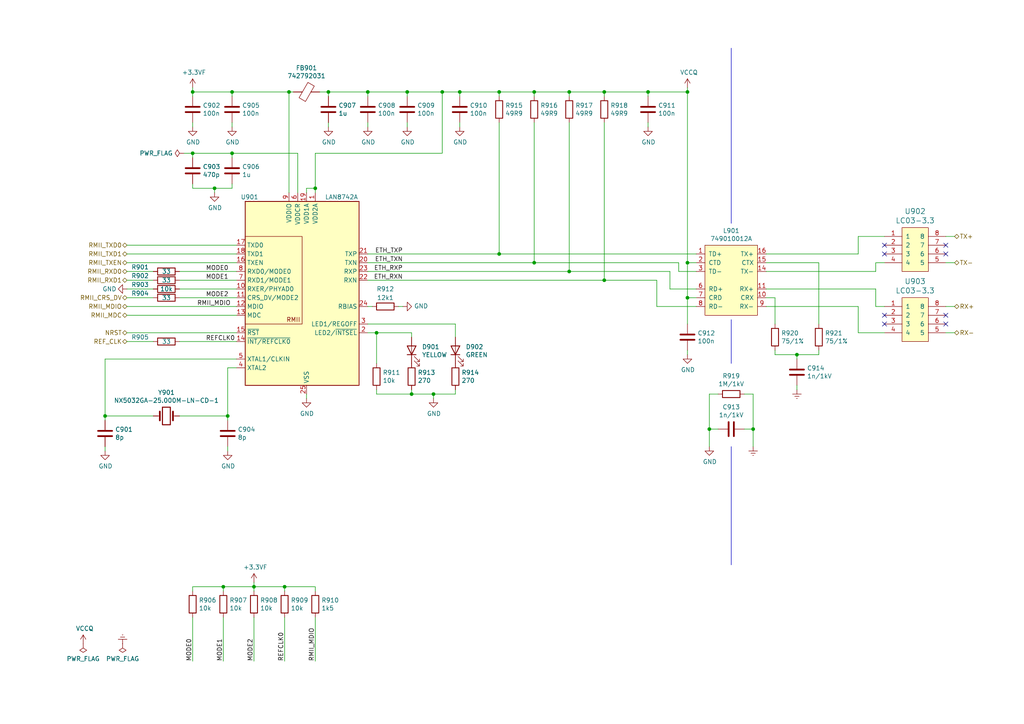
<source format=kicad_sch>
(kicad_sch (version 20230121) (generator eeschema)
  (paper "A4")
  (title_block (title "Ethernet") (date "2020-03-07") (rev "1.0"))
  (lib_symbols
    (symbol "Device:C" (pin_numbers hide) (pin_names (offset 0.254))
      (property "Reference" "C" (at 0.635 2.54 0))
      (property "Value" "C" (at 0.635 -2.54 0))
      (symbol "C_0_1"
        (polyline (pts (xy -2.032 -0.762) (xy 2.032 -0.762)) (stroke (width 0.508)))
        (polyline (pts (xy -2.032 0.762) (xy 2.032 0.762)) (stroke (width 0.508)))
      )
      (symbol "C_1_1"
        (pin passive line (at 0 3.81 270) (length 2.794) (name "~") (number "1"))
        (pin passive line (at 0 -3.81 90) (length 2.794) (name "~") (number "2"))
      )
    )
    (symbol "Device:Crystal" (pin_numbers hide) (pin_names (offset 1.016) hide)
      (property "Reference" "Y" (at 0 3.81 0))
      (property "Value" "Crystal" (at 0 -3.81 0))
      (symbol "Crystal_0_1"
        (rectangle (start -1.143 2.54) (end 1.143 -2.54) (stroke (width 0.3048)))
        (polyline (pts (xy -2.54 0) (xy -1.905 0)))
        (polyline (pts (xy -1.905 -1.27) (xy -1.905 1.27)) (stroke (width 0.508)))
        (polyline (pts (xy 1.905 -1.27) (xy 1.905 1.27)) (stroke (width 0.508)))
        (polyline (pts (xy 2.54 0) (xy 1.905 0)))
      )
      (symbol "Crystal_1_1"
        (pin passive line (at -3.81 0 0) (length 1.27) (name "1") (number "1"))
        (pin passive line (at 3.81 0 180) (length 1.27) (name "2") (number "2"))
      )
    )
    (symbol "Device:LED" (pin_numbers hide) (pin_names (offset 1.016) hide)
      (property "Reference" "D" (at 0 2.54 0))
      (property "Value" "LED" (at 0 -2.54 0))
      (symbol "LED_0_1"
        (polyline (pts (xy -1.27 -1.27) (xy -1.27 1.27)) (stroke (width 0.254)))
        (polyline (pts (xy -1.27 0) (xy 1.27 0)))
        (polyline (pts (xy 1.27 -1.27) (xy 1.27 1.27) (xy -1.27 0) (xy 1.27 -1.27)) (stroke (width 0.254)))
        (polyline (pts (xy -3.048 -0.762) (xy -4.572 -2.286) (xy -3.81 -2.286) (xy -4.572 -2.286) (xy -4.572 -1.524)))
        (polyline (pts (xy -1.778 -0.762) (xy -3.302 -2.286) (xy -2.54 -2.286) (xy -3.302 -2.286) (xy -3.302 -1.524)))
      )
      (symbol "LED_1_1"
        (pin passive line (at -3.81 0 0) (length 2.54) (name "K") (number "1"))
        (pin passive line (at 3.81 0 180) (length 2.54) (name "A") (number "2"))
      )
    )
    (symbol "Device:R" (pin_numbers hide) (pin_names (offset 0))
      (property "Reference" "R" (at 2.032 0 90))
      (property "Value" "R" (at 0 0 90))
      (symbol "R_0_1"
        (rectangle (start -1.016 -2.54) (end 1.016 2.54) (stroke (width 0.254)))
      )
      (symbol "R_1_1"
        (pin passive line (at 0 3.81 270) (length 1.27) (name "~") (number "1"))
        (pin passive line (at 0 -3.81 90) (length 1.27) (name "~") (number "2"))
      )
    )
    (symbol "ETH1CDMM2-rescue:Ferrite_Bead-Device" (pin_numbers hide) (pin_names (offset 0))
      (property "Reference" "FB" (at -3.81 0.635 90))
      (property "Value" "Device_Ferrite_Bead" (at 3.81 0 90))
      (symbol "Ferrite_Bead-Device_0_1"
        (polyline (pts (xy 0 -1.27) (xy 0 -1.2192)))
        (polyline (pts (xy 0 1.27) (xy 0 1.2954)))
        (polyline (pts (xy -2.7686 0.4064) (xy -1.7018 2.2606) (xy 2.7686 -0.3048) (xy 1.6764 -2.159) (xy -2.7686 0.4064)))
      )
      (symbol "Ferrite_Bead-Device_1_1"
        (pin passive line (at 0 3.81 270) (length 2.54) (name "~") (number "1"))
        (pin passive line (at 0 -3.81 90) (length 2.54) (name "~") (number "2"))
      )
    )
    (symbol "ETH1CDMM2:+3.3VF" (power) (pin_names (offset 0))
      (property "Value" "+3.3VF" (at 0 3.556 0))
      (symbol "+3.3VF_0_1"
        (polyline (pts (xy -0.762 1.27) (xy 0 2.54)))
        (polyline (pts (xy 0 0) (xy 0 2.54)))
        (polyline (pts (xy 0 2.54) (xy 0.762 1.27)))
      )
      (symbol "+3.3VF_1_1"
        (pin power_in line (at 0 0 90) (length 0) hide (name "+3.3VF") (number "1"))
      )
    )
    (symbol "ETH1CDMM2:749010012A" (pin_names (offset 1.016))
      (property "Reference" "L" (at 0 13.97 0))
      (property "Value" "749010012A" (at 0 11.43 0))
      (symbol "749010012A_0_1"
        (rectangle (start -7.62 10.16) (end 7.62 -10.16) (fill (type background)))
      )
      (symbol "749010012A_1_1"
        (pin bidirectional line (at -10.16 7.62 0) (length 2.54) (name "TD+") (number "1"))
        (pin bidirectional line (at 10.16 -5.08 180) (length 2.54) (name "CRX") (number "10"))
        (pin bidirectional line (at 10.16 -2.54 180) (length 2.54) (name "RX+") (number "11"))
        (pin bidirectional line (at 10.16 2.54 180) (length 2.54) (name "TX-") (number "14"))
        (pin bidirectional line (at 10.16 5.08 180) (length 2.54) (name "CTX") (number "15"))
        (pin bidirectional line (at 10.16 7.62 180) (length 2.54) (name "TX+") (number "16"))
        (pin passive line (at -10.16 5.08 0) (length 2.54) (name "CTD") (number "2"))
        (pin bidirectional line (at -10.16 2.54 0) (length 2.54) (name "TD-") (number "3"))
        (pin bidirectional line (at -10.16 -2.54 0) (length 2.54) (name "RD+") (number "6"))
        (pin passive line (at -10.16 -5.08 0) (length 2.54) (name "CRD") (number "7"))
        (pin bidirectional line (at -10.16 -7.62 0) (length 2.54) (name "RD-") (number "8"))
        (pin bidirectional line (at 10.16 -7.62 180) (length 2.54) (name "RX-") (number "9"))
      )
    )
    (symbol "ETH1CDMM2:LAN8742"
      (property "Reference" "U" (at -13.97 29.21 0))
      (property "Value" "LAN8742" (at 15.24 29.21 0))
      (symbol "LAN8742_0_0"
        (text "RMII" (at -3.81 -6.35 0) (effects (font (size 1.27 1.27))))
      )
      (symbol "LAN8742_0_1"
        (rectangle (start -17.78 17.78) (end -1.27 -7.62))
        (rectangle (start -17.78 27.94) (end 15.24 -25.4) (stroke (width 0.254)) (fill (type background)))
      )
      (symbol "LAN8742_1_1"
        (pin power_in line (at 2.54 30.48 270) (length 2.54) (name "VDD2A") (number "1"))
        (pin output line (at -20.32 2.54 0) (length 2.54) (name "RXER/PHYAD0") (number "10"))
        (pin output line (at -20.32 0 0) (length 2.54) (name "CRS_DV/MODE2") (number "11"))
        (pin bidirectional line (at -20.32 -2.54 0) (length 2.54) (name "MDIO") (number "12"))
        (pin input line (at -20.32 -5.08 0) (length 2.54) (name "MDC") (number "13"))
        (pin output line (at -20.32 -12.7 0) (length 2.54) (name "~{INT/REFCLK0}") (number "14"))
        (pin input line (at -20.32 -10.16 0) (length 2.54) (name "~{RST}") (number "15"))
        (pin input line (at -20.32 10.16 0) (length 2.54) (name "TXEN") (number "16"))
        (pin input line (at -20.32 15.24 0) (length 2.54) (name "TXD0") (number "17"))
        (pin input line (at -20.32 12.7 0) (length 2.54) (name "TXD1") (number "18"))
        (pin power_in line (at 0 30.48 270) (length 2.54) (name "VDD1A") (number "19"))
        (pin bidirectional line (at 17.78 -10.16 180) (length 2.54) (name "LED2/~{INTSEL}") (number "2"))
        (pin output line (at 17.78 10.16 180) (length 2.54) (name "TXN") (number "20"))
        (pin output line (at 17.78 12.7 180) (length 2.54) (name "TXP") (number "21"))
        (pin output line (at 17.78 5.08 180) (length 2.54) (name "RXN") (number "22"))
        (pin output line (at 17.78 7.62 180) (length 2.54) (name "RXP") (number "23"))
        (pin input line (at 17.78 -2.54 180) (length 2.54) (name "RBIAS") (number "24"))
        (pin passive line (at 0 -27.94 90) (length 2.54) (name "VSS") (number "25"))
        (pin bidirectional line (at 17.78 -7.62 180) (length 2.54) (name "LED1/REGOFF") (number "3"))
        (pin passive line (at -20.32 -20.32 0) (length 2.54) (name "XTAL2") (number "4"))
        (pin passive line (at -20.32 -17.78 0) (length 2.54) (name "XTAL1/CLKIN") (number "5"))
        (pin power_in line (at -2.54 30.48 270) (length 2.54) (name "VDDCR") (number "6"))
        (pin output line (at -20.32 5.08 0) (length 2.54) (name "RXD1/MODE1") (number "7"))
        (pin output line (at -20.32 7.62 0) (length 2.54) (name "RXD0/MODE0") (number "8"))
        (pin power_in line (at -5.08 30.48 270) (length 2.54) (name "VDDIO") (number "9"))
      )
    )
    (symbol "ETH1CDMM2:LC03-3.3" (pin_names (offset 1.016))
      (property "Reference" "U" (at -2.54 7.62 0))
      (property "Value" "LC03-3.3" (at 0 -8.255 0))
      (symbol "LC03-3.3_0_1"
        (rectangle (start -3.81 6.35) (end 3.81 -6.35) (fill (type background)))
        (rectangle (start 3.81 -6.35) (end 3.81 -6.35))
      )
      (symbol "LC03-3.3_1_1"
        (pin bidirectional line (at -8.89 3.81 0) (length 5.08) (name "1") (number "1"))
        (pin bidirectional line (at -8.89 1.27 0) (length 5.08) (name "2") (number "2"))
        (pin bidirectional line (at -8.89 -1.27 0) (length 5.08) (name "3") (number "3"))
        (pin bidirectional line (at -8.89 -3.81 0) (length 5.08) (name "4") (number "4"))
        (pin bidirectional line (at 8.89 -3.81 180) (length 5.08) (name "5") (number "5"))
        (pin bidirectional line (at 8.89 -1.27 180) (length 5.08) (name "6") (number "6"))
        (pin bidirectional line (at 8.89 1.27 180) (length 5.08) (name "7") (number "7"))
        (pin bidirectional line (at 8.89 3.81 180) (length 5.08) (name "8") (number "8"))
      )
    )
    (symbol "power:Earth" (power) (pin_names (offset 0))
      (symbol "Earth_0_1"
        (polyline (pts (xy -0.635 -1.905) (xy 0.635 -1.905)))
        (polyline (pts (xy -0.127 -2.54) (xy 0.127 -2.54)))
        (polyline (pts (xy 0 -1.27) (xy 0 0)))
        (polyline (pts (xy 1.27 -1.27) (xy -1.27 -1.27)))
      )
      (symbol "Earth_1_1"
        (pin power_in line (at 0 0 270) (length 0) hide (name "Earth") (number "1"))
      )
    )
    (symbol "power:GND" (power) (pin_names (offset 0))
      (property "Value" "GND" (at 0 -3.81 0))
      (symbol "GND_0_1"
        (polyline (pts (xy 0 0) (xy 0 -1.27) (xy 1.27 -1.27) (xy 0 -2.54) (xy -1.27 -1.27) (xy 0 -1.27)))
      )
      (symbol "GND_1_1"
        (pin power_in line (at 0 0 270) (length 0) hide (name "GND") (number "1"))
      )
    )
    (symbol "power:PWR_FLAG" (power) (pin_numbers hide) (pin_names (offset 0) hide)
      (property "Value" "PWR_FLAG" (at 0 3.81 0))
      (symbol "PWR_FLAG_0_0"
        (pin power_out line (at 0 0 90) (length 0) (name "pwr") (number "1"))
      )
      (symbol "PWR_FLAG_0_1"
        (polyline (pts (xy 0 0) (xy 0 1.27) (xy -1.016 1.905) (xy 0 2.54) (xy 1.016 1.905) (xy 0 1.27)))
      )
    )
    (symbol "power:VCCQ" (power) (pin_names (offset 0))
      (property "Value" "VCCQ" (at 0 3.81 0))
      (symbol "VCCQ_0_1"
        (polyline (pts (xy -0.762 1.27) (xy 0 2.54)))
        (polyline (pts (xy 0 0) (xy 0 2.54)))
        (polyline (pts (xy 0 2.54) (xy 0.762 1.27)))
      )
      (symbol "VCCQ_1_1"
        (pin power_in line (at 0 0 90) (length 0) hide (name "VCCQ") (number "1"))
      )
    )
  )
  (junction (at 82.55 170.18))
  (junction (at 91.44 54.61))
  (junction (at 133.35 26.67))
  (junction (at 55.88 44.45))
  (junction (at 231.14 102.87))
  (junction (at 128.27 26.67))
  (junction (at 199.39 76.2))
  (junction (at 205.74 124.46))
  (junction (at 67.31 26.67))
  (junction (at 165.1 78.74))
  (junction (at 73.66 170.18))
  (junction (at 199.39 26.67))
  (junction (at 30.48 120.65))
  (junction (at 83.82 26.67))
  (junction (at 125.73 114.3))
  (junction (at 218.44 124.46))
  (junction (at 62.23 54.61))
  (junction (at 55.88 26.67))
  (junction (at 165.1 26.67))
  (junction (at 144.78 73.66))
  (junction (at 144.78 26.67))
  (junction (at 119.38 114.3))
  (junction (at 187.96 26.67))
  (junction (at 106.68 26.67))
  (junction (at 175.26 26.67))
  (junction (at 67.31 44.45))
  (junction (at 109.22 96.52))
  (junction (at 118.11 26.67))
  (junction (at 199.39 86.36))
  (junction (at 64.77 170.18))
  (junction (at 95.25 26.67))
  (junction (at 154.94 26.67))
  (junction (at 66.04 120.65))
  (junction (at 154.94 76.2))
  (junction (at 175.26 81.28))
  (no_connect (at 274.32 91.44))
  (no_connect (at 256.54 93.98))
  (no_connect (at 274.32 93.98))
  (no_connect (at 274.32 73.66))
  (no_connect (at 256.54 71.12))
  (no_connect (at 256.54 91.44))
  (no_connect (at 274.32 71.12))
  (no_connect (at 256.54 73.66))
  (wire (pts (xy 82.55 170.18) (xy 73.66 170.18)))
  (wire (pts (xy 116.84 88.9) (xy 115.57 88.9)))
  (wire (pts (xy 222.25 78.74) (xy 254 78.74)))
  (wire (pts (xy 144.78 73.66) (xy 201.93 73.66)))
  (wire (pts (xy 36.83 96.52) (xy 68.58 96.52)))
  (wire (pts (xy 36.83 88.9) (xy 68.58 88.9)))
  (wire (pts (xy 222.25 88.9) (xy 248.92 88.9)))
  (wire (pts (xy 67.31 54.61) (xy 67.31 53.34)))
  (wire (pts (xy 91.44 179.07) (xy 91.44 191.77)))
  (wire (pts (xy 52.07 78.74) (xy 68.58 78.74)))
  (wire (pts (xy 82.55 179.07) (xy 82.55 191.77)))
  (wire (pts (xy 222.25 73.66) (xy 248.92 73.66)))
  (wire (pts (xy 106.68 81.28) (xy 175.26 81.28)))
  (wire (pts (xy 36.83 86.36) (xy 44.45 86.36)))
  (wire (pts (xy 106.68 73.66) (xy 144.78 73.66)))
  (wire (pts (xy 83.82 26.67) (xy 85.09 26.67)))
  (wire (pts (xy 66.04 106.68) (xy 68.58 106.68)))
  (wire (pts (xy 144.78 26.67) (xy 154.94 26.67)))
  (wire (pts (xy 175.26 35.56) (xy 175.26 81.28)))
  (wire (pts (xy 194.31 83.82) (xy 201.93 83.82)))
  (wire (pts (xy 36.83 76.2) (xy 68.58 76.2)))
  (wire (pts (xy 199.39 86.36) (xy 201.93 86.36)))
  (wire (pts (xy 128.27 44.45) (xy 128.27 26.67)))
  (wire (pts (xy 36.83 71.12) (xy 68.58 71.12)))
  (wire (pts (xy 91.44 54.61) (xy 91.44 44.45)))
  (wire (pts (xy 154.94 76.2) (xy 196.85 76.2)))
  (wire (pts (xy 66.04 130.81) (xy 66.04 129.54)))
  (wire (pts (xy 109.22 114.3) (xy 109.22 113.03)))
  (wire (pts (xy 66.04 120.65) (xy 66.04 106.68)))
  (wire (pts (xy 67.31 44.45) (xy 86.36 44.45)))
  (wire (pts (xy 218.44 114.3) (xy 218.44 124.46)))
  (wire (pts (xy 248.92 73.66) (xy 248.92 68.58)))
  (wire (pts (xy 199.39 26.67) (xy 199.39 76.2)))
  (wire (pts (xy 55.88 53.34) (xy 55.88 54.61)))
  (wire (pts (xy 165.1 78.74) (xy 194.31 78.74)))
  (wire (pts (xy 208.28 114.3) (xy 205.74 114.3)))
  (wire (pts (xy 86.36 44.45) (xy 86.36 55.88)))
  (wire (pts (xy 64.77 171.45) (xy 64.77 170.18)))
  (wire (pts (xy 91.44 44.45) (xy 128.27 44.45)))
  (wire (pts (xy 91.44 171.45) (xy 91.44 170.18)))
  (wire (pts (xy 231.14 111.76) (xy 231.14 113.03)))
  (wire (pts (xy 55.88 171.45) (xy 55.88 170.18)))
  (wire (pts (xy 119.38 97.79) (xy 119.38 96.52)))
  (wire (pts (xy 154.94 35.56) (xy 154.94 76.2)))
  (wire (pts (xy 224.79 86.36) (xy 222.25 86.36)))
  (wire (pts (xy 118.11 36.83) (xy 118.11 35.56)))
  (wire (pts (xy 55.88 26.67) (xy 67.31 26.67)))
  (wire (pts (xy 95.25 27.94) (xy 95.25 26.67)))
  (wire (pts (xy 91.44 54.61) (xy 91.44 55.88)))
  (wire (pts (xy 67.31 26.67) (xy 83.82 26.67)))
  (wire (pts (xy 73.66 168.91) (xy 73.66 170.18)))
  (wire (pts (xy 62.23 54.61) (xy 67.31 54.61)))
  (wire (pts (xy 144.78 35.56) (xy 144.78 73.66)))
  (wire (pts (xy 190.5 88.9) (xy 201.93 88.9)))
  (wire (pts (xy 254 88.9) (xy 256.54 88.9)))
  (wire (pts (xy 67.31 27.94) (xy 67.31 26.67)))
  (wire (pts (xy 132.08 97.79) (xy 132.08 93.98)))
  (wire (pts (xy 248.92 96.52) (xy 256.54 96.52)))
  (polyline (pts (xy 212.09 163.83) (xy 212.09 129.54)))
  (wire (pts (xy 118.11 27.94) (xy 118.11 26.67)))
  (wire (pts (xy 237.49 102.87) (xy 237.49 101.6)))
  (wire (pts (xy 194.31 78.74) (xy 194.31 83.82)))
  (wire (pts (xy 106.68 78.74) (xy 165.1 78.74)))
  (wire (pts (xy 52.07 86.36) (xy 68.58 86.36)))
  (wire (pts (xy 88.9 55.88) (xy 88.9 54.61)))
  (wire (pts (xy 36.83 73.66) (xy 68.58 73.66)))
  (wire (pts (xy 82.55 171.45) (xy 82.55 170.18)))
  (wire (pts (xy 67.31 45.72) (xy 67.31 44.45)))
  (wire (pts (xy 55.88 25.4) (xy 55.88 26.67)))
  (wire (pts (xy 68.58 104.14) (xy 30.48 104.14)))
  (wire (pts (xy 205.74 114.3) (xy 205.74 124.46)))
  (wire (pts (xy 91.44 170.18) (xy 82.55 170.18)))
  (wire (pts (xy 196.85 76.2) (xy 196.85 78.74)))
  (wire (pts (xy 231.14 102.87) (xy 237.49 102.87)))
  (wire (pts (xy 119.38 114.3) (xy 125.73 114.3)))
  (wire (pts (xy 132.08 114.3) (xy 132.08 113.03)))
  (wire (pts (xy 199.39 25.4) (xy 199.39 26.67)))
  (wire (pts (xy 106.68 27.94) (xy 106.68 26.67)))
  (wire (pts (xy 237.49 76.2) (xy 222.25 76.2)))
  (wire (pts (xy 224.79 93.98) (xy 224.79 86.36)))
  (wire (pts (xy 55.88 36.83) (xy 55.88 35.56)))
  (wire (pts (xy 199.39 93.98) (xy 199.39 86.36)))
  (polyline (pts (xy 212.09 105.41) (xy 212.09 92.71)))
  (wire (pts (xy 30.48 129.54) (xy 30.48 130.81)))
  (wire (pts (xy 274.32 96.52) (xy 276.86 96.52)))
  (wire (pts (xy 83.82 55.88) (xy 83.82 26.67)))
  (wire (pts (xy 187.96 26.67) (xy 199.39 26.67)))
  (wire (pts (xy 73.66 170.18) (xy 73.66 171.45)))
  (wire (pts (xy 106.68 96.52) (xy 109.22 96.52)))
  (wire (pts (xy 254 76.2) (xy 256.54 76.2)))
  (wire (pts (xy 215.9 114.3) (xy 218.44 114.3)))
  (wire (pts (xy 199.39 76.2) (xy 201.93 76.2)))
  (wire (pts (xy 44.45 78.74) (xy 36.83 78.74)))
  (wire (pts (xy 218.44 129.54) (xy 218.44 124.46)))
  (wire (pts (xy 128.27 26.67) (xy 133.35 26.67)))
  (wire (pts (xy 175.26 81.28) (xy 190.5 81.28)))
  (wire (pts (xy 55.88 27.94) (xy 55.88 26.67)))
  (wire (pts (xy 187.96 36.83) (xy 187.96 35.56)))
  (wire (pts (xy 165.1 27.94) (xy 165.1 26.67)))
  (wire (pts (xy 224.79 102.87) (xy 231.14 102.87)))
  (wire (pts (xy 55.88 179.07) (xy 55.88 191.77)))
  (wire (pts (xy 52.07 81.28) (xy 68.58 81.28)))
  (wire (pts (xy 30.48 120.65) (xy 44.45 120.65)))
  (wire (pts (xy 224.79 101.6) (xy 224.79 102.87)))
  (wire (pts (xy 52.07 83.82) (xy 68.58 83.82)))
  (wire (pts (xy 133.35 26.67) (xy 144.78 26.67)))
  (wire (pts (xy 190.5 81.28) (xy 190.5 88.9)))
  (wire (pts (xy 62.23 55.88) (xy 62.23 54.61)))
  (wire (pts (xy 66.04 121.92) (xy 66.04 120.65)))
  (wire (pts (xy 237.49 93.98) (xy 237.49 76.2)))
  (wire (pts (xy 187.96 27.94) (xy 187.96 26.67)))
  (wire (pts (xy 30.48 104.14) (xy 30.48 120.65)))
  (wire (pts (xy 274.32 76.2) (xy 276.86 76.2)))
  (wire (pts (xy 95.25 36.83) (xy 95.25 35.56)))
  (wire (pts (xy 231.14 104.14) (xy 231.14 102.87)))
  (wire (pts (xy 52.07 120.65) (xy 66.04 120.65)))
  (wire (pts (xy 73.66 179.07) (xy 73.66 191.77)))
  (wire (pts (xy 154.94 26.67) (xy 165.1 26.67)))
  (wire (pts (xy 118.11 26.67) (xy 106.68 26.67)))
  (wire (pts (xy 125.73 115.57) (xy 125.73 114.3)))
  (wire (pts (xy 52.07 99.06) (xy 68.58 99.06)))
  (wire (pts (xy 248.92 68.58) (xy 256.54 68.58)))
  (wire (pts (xy 36.83 99.06) (xy 44.45 99.06)))
  (wire (pts (xy 36.83 83.82) (xy 44.45 83.82)))
  (wire (pts (xy 64.77 179.07) (xy 64.77 191.77)))
  (wire (pts (xy 205.74 129.54) (xy 205.74 124.46)))
  (wire (pts (xy 125.73 114.3) (xy 132.08 114.3)))
  (wire (pts (xy 55.88 44.45) (xy 55.88 45.72)))
  (wire (pts (xy 30.48 121.92) (xy 30.48 120.65)))
  (wire (pts (xy 119.38 114.3) (xy 109.22 114.3)))
  (polyline (pts (xy 212.09 64.77) (xy 212.09 13.97)))
  (wire (pts (xy 55.88 44.45) (xy 67.31 44.45)))
  (wire (pts (xy 109.22 96.52) (xy 119.38 96.52)))
  (wire (pts (xy 218.44 124.46) (xy 215.9 124.46)))
  (wire (pts (xy 55.88 54.61) (xy 62.23 54.61)))
  (wire (pts (xy 248.92 88.9) (xy 248.92 96.52)))
  (wire (pts (xy 165.1 26.67) (xy 175.26 26.67)))
  (wire (pts (xy 106.68 26.67) (xy 95.25 26.67)))
  (wire (pts (xy 175.26 26.67) (xy 187.96 26.67)))
  (wire (pts (xy 88.9 115.57) (xy 88.9 114.3)))
  (wire (pts (xy 109.22 105.41) (xy 109.22 96.52)))
  (wire (pts (xy 128.27 26.67) (xy 118.11 26.67)))
  (wire (pts (xy 222.25 83.82) (xy 254 83.82)))
  (wire (pts (xy 107.95 88.9) (xy 106.68 88.9)))
  (wire (pts (xy 95.25 26.67) (xy 92.71 26.67)))
  (wire (pts (xy 144.78 27.94) (xy 144.78 26.67)))
  (wire (pts (xy 154.94 27.94) (xy 154.94 26.67)))
  (wire (pts (xy 133.35 36.83) (xy 133.35 35.56)))
  (wire (pts (xy 106.68 36.83) (xy 106.68 35.56)))
  (wire (pts (xy 119.38 113.03) (xy 119.38 114.3)))
  (wire (pts (xy 274.32 88.9) (xy 276.86 88.9)))
  (wire (pts (xy 53.34 44.45) (xy 55.88 44.45)))
  (wire (pts (xy 254 83.82) (xy 254 88.9)))
  (wire (pts (xy 133.35 27.94) (xy 133.35 26.67)))
  (wire (pts (xy 199.39 86.36) (xy 199.39 76.2)))
  (wire (pts (xy 36.83 81.28) (xy 44.45 81.28)))
  (wire (pts (xy 199.39 102.87) (xy 199.39 101.6)))
  (wire (pts (xy 64.77 170.18) (xy 73.66 170.18)))
  (wire (pts (xy 165.1 35.56) (xy 165.1 78.74)))
  (wire (pts (xy 67.31 36.83) (xy 67.31 35.56)))
  (wire (pts (xy 175.26 27.94) (xy 175.26 26.67)))
  (wire (pts (xy 196.85 78.74) (xy 201.93 78.74)))
  (wire (pts (xy 254 78.74) (xy 254 76.2)))
  (wire (pts (xy 205.74 124.46) (xy 208.28 124.46)))
  (wire (pts (xy 106.68 76.2) (xy 154.94 76.2)))
  (wire (pts (xy 88.9 54.61) (xy 91.44 54.61)))
  (wire (pts (xy 36.83 91.44) (xy 68.58 91.44)))
  (wire (pts (xy 55.88 170.18) (xy 64.77 170.18)))
  (wire (pts (xy 106.68 93.98) (xy 132.08 93.98)))
  (wire (pts (xy 274.32 68.58) (xy 276.86 68.58)))
  (label "MODE2" (at 73.66 191.77 90))
  (label "MODE1" (at 59.69 81.28 0))
  (label "ETH_RXN" (at 116.84 81.28 180))
  (label "ETH_TXN" (at 116.84 76.2 180))
  (label "REFCLK0" (at 82.55 191.77 90))
  (label "MODE1" (at 64.77 191.77 90))
  (label "MODE0" (at 59.69 78.74 0))
  (label "RMII_MDIO" (at 57.15 88.9 0))
  (label "ETH_TXP" (at 116.84 73.66 180))
  (label "MODE0" (at 55.88 191.77 90))
  (label "ETH_RXP" (at 116.84 78.74 180))
  (label "REFCLK0" (at 59.69 99.06 0))
  (label "MODE2" (at 59.69 86.36 0))
  (label "RMII_MDIO" (at 91.44 191.77 90))
  (hierarchical_label "RMII_RXD0" (shape bidirectional) (at 36.83 78.74 180))
  (hierarchical_label "RMII_TXD1" (shape bidirectional) (at 36.83 73.66 180))
  (hierarchical_label "RMII_TXEN" (shape bidirectional) (at 36.83 76.2 180))
  (hierarchical_label "RX-" (shape bidirectional) (at 276.86 96.52 0))
  (hierarchical_label "RMII_TXD0" (shape bidirectional) (at 36.83 71.12 180))
  (hierarchical_label "RX+" (shape bidirectional) (at 276.86 88.9 0))
  (hierarchical_label "RMII_MDC" (shape bidirectional) (at 36.83 91.44 180))
  (hierarchical_label "TX-" (shape bidirectional) (at 276.86 76.2 0))
  (hierarchical_label "RMII_RXD1" (shape bidirectional) (at 36.83 81.28 180))
  (hierarchical_label "REF_CLK" (shape bidirectional) (at 36.83 99.06 180))
  (hierarchical_label "RMII_CRS_DV" (shape bidirectional) (at 36.83 86.36 180))
  (hierarchical_label "RMII_MDIO" (shape bidirectional) (at 36.83 88.9 180))
  (hierarchical_label "NRST" (shape bidirectional) (at 36.83 96.52 180))
  (hierarchical_label "TX+" (shape bidirectional) (at 276.86 68.58 0))
  (symbol (lib_id "ETH1CDMM2:LAN8742") (at 88.9 86.36 0) (unit 1)
    (property "Reference" "U901" (at 72.39 57.15 0))
    (property "Value" "LAN8742A" (at 99.06 57.15 0))
    (property "Footprint" "Package_DFN_QFN:QFN-24-1EP_4x4mm_P0.5mm_EP2.6x2.6mm_ThermalVias" (effects hide))
    (property "Datasheet" "http://ww1.microchip.com/downloads/en/DeviceDoc/8720a.pdf" (effects hide))
  )
  (symbol (lib_id "Device:R") (at 111.76 88.9 270) (unit 1)
    (property "Reference" "R912" (at 111.76 83.82 90))
    (property "Value" "12k1" (at 111.76 86.36 90))
    (property "Footprint" "Resistor_SMD:R_0603_1608Metric_Pad0.98x0.95mm_HandSolder" (effects hide))
  )
  (symbol (lib_id "Device:LED") (at 119.38 101.6 90) (unit 1)
    (property "Reference" "D901" (at 122.3772 100.6094 90) (effects (justify right)))
    (property "Value" "YELLOW" (at 122.3772 102.9208 90) (effects (justify right)))
    (property "Footprint" "LED_SMD:LED_0603_1608Metric_Pad1.05x0.95mm_HandSolder" (effects hide))
  )
  (symbol (lib_id "Device:LED") (at 132.08 101.6 90) (unit 1)
    (property "Reference" "D902" (at 135.0772 100.6094 90) (effects (justify right)))
    (property "Value" "GREEN" (at 135.0772 102.9208 90) (effects (justify right)))
    (property "Footprint" "LED_SMD:LED_0603_1608Metric_Pad1.05x0.95mm_HandSolder" (effects hide))
  )
  (symbol (lib_id "Device:R") (at 119.38 109.22 0) (unit 1)
    (property "Reference" "R913" (at 121.158 108.0516 0) (effects (justify left)))
    (property "Value" "270" (at 121.158 110.363 0) (effects (justify left)))
    (property "Footprint" "Resistor_SMD:R_0603_1608Metric_Pad0.98x0.95mm_HandSolder" (effects hide))
  )
  (symbol (lib_id "Device:R") (at 132.08 109.22 0) (unit 1)
    (property "Reference" "R914" (at 133.858 108.0516 0) (effects (justify left)))
    (property "Value" "270" (at 133.858 110.363 0) (effects (justify left)))
    (property "Footprint" "Resistor_SMD:R_0603_1608Metric_Pad0.98x0.95mm_HandSolder" (effects hide))
  )
  (symbol (lib_id "Device:C") (at 55.88 49.53 0) (unit 1)
    (property "Reference" "C903" (at 58.801 48.3616 0) (effects (justify left)))
    (property "Value" "470p" (at 58.801 50.673 0) (effects (justify left)))
    (property "Footprint" "Capacitor_SMD:C_0603_1608Metric_Pad1.08x0.95mm_HandSolder" (effects hide))
  )
  (symbol (lib_id "Device:C") (at 67.31 49.53 0) (unit 1)
    (property "Reference" "C906" (at 70.231 48.3616 0) (effects (justify left)))
    (property "Value" "1u" (at 70.231 50.673 0) (effects (justify left)))
    (property "Footprint" "Capacitor_SMD:C_0603_1608Metric_Pad1.08x0.95mm_HandSolder" (effects hide))
  )
  (symbol (lib_id "power:PWR_FLAG") (at 53.34 44.45 90) (unit 1)
    (property "Reference" "#FLG0903" (effects hide))
    (property "Value" "PWR_FLAG" (at 50.1142 44.45 90) (effects (justify left)))
  )
  (symbol (lib_id "ETH1CDMM2:749010012A") (at 212.09 81.28 0) (unit 1)
    (property "Reference" "L901" (at 212.09 66.929 0))
    (property "Value" "749010012A" (at 212.09 69.2404 0))
    (property "Footprint" "ETH1CDMM2:749010012A" (effects hide))
  )
  (symbol (lib_id "Device:C") (at 199.39 97.79 0) (unit 1)
    (property "Reference" "C912" (at 202.311 96.6216 0) (effects (justify left)))
    (property "Value" "100n" (at 202.311 98.933 0) (effects (justify left)))
    (property "Footprint" "Capacitor_SMD:C_0603_1608Metric_Pad1.08x0.95mm_HandSolder" (effects hide))
  )
  (symbol (lib_id "Device:R") (at 224.79 97.79 0) (unit 1)
    (property "Reference" "R920" (at 226.568 96.6216 0) (effects (justify left)))
    (property "Value" "75/1%" (at 226.568 98.933 0) (effects (justify left)))
    (property "Footprint" "Resistor_SMD:R_0603_1608Metric_Pad0.98x0.95mm_HandSolder" (effects hide))
  )
  (symbol (lib_id "Device:R") (at 237.49 97.79 0) (unit 1)
    (property "Reference" "R921" (at 239.268 96.6216 0) (effects (justify left)))
    (property "Value" "75/1%" (at 239.268 98.933 0) (effects (justify left)))
    (property "Footprint" "Resistor_SMD:R_0603_1608Metric_Pad0.98x0.95mm_HandSolder" (effects hide))
  )
  (symbol (lib_id "Device:C") (at 231.14 107.95 0) (unit 1)
    (property "Reference" "C914" (at 234.061 106.7816 0) (effects (justify left)))
    (property "Value" "1n/1kV" (at 234.061 109.093 0) (effects (justify left)))
    (property "Footprint" "Capacitor_SMD:C_1206_3216Metric_Pad1.33x1.80mm_HandSolder" (effects hide))
  )
  (symbol (lib_id "power:Earth") (at 231.14 113.03 0) (unit 1)
    (property "Reference" "#PWR0923" (effects hide))
    (property "Value" "Earth" (effects hide))
  )
  (symbol (lib_id "Device:R") (at 212.09 114.3 270) (unit 1)
    (property "Reference" "R919" (at 212.09 109.0422 90))
    (property "Value" "1M/1kV" (at 212.09 111.3536 90))
    (property "Footprint" "Resistor_SMD:R_1206_3216Metric_Pad1.30x1.75mm_HandSolder" (effects hide))
  )
  (symbol (lib_id "Device:C") (at 212.09 124.46 270) (unit 1)
    (property "Reference" "C913" (at 212.09 118.0592 90))
    (property "Value" "1n/1kV" (at 212.09 120.3706 90))
    (property "Footprint" "Capacitor_SMD:C_1206_3216Metric_Pad1.33x1.80mm_HandSolder" (effects hide))
  )
  (symbol (lib_id "power:Earth") (at 218.44 129.54 0) (unit 1)
    (property "Reference" "#PWR0922" (effects hide))
    (property "Value" "Earth" (effects hide))
  )
  (symbol (lib_id "ETH1CDMM2:LC03-3.3") (at 265.43 72.39 0) (unit 1)
    (property "Reference" "U902" (at 265.43 61.2902 0) (effects (font (size 1.524 1.524))))
    (property "Value" "LC03-3.3" (at 265.43 63.9826 0) (effects (font (size 1.524 1.524))))
    (property "Footprint" "ETH1CDMM2:SO8E" (effects hide))
  )
  (symbol (lib_id "ETH1CDMM2:LC03-3.3") (at 265.43 92.71 0) (unit 1)
    (property "Reference" "U903" (at 265.43 81.6102 0) (effects (font (size 1.524 1.524))))
    (property "Value" "LC03-3.3" (at 265.43 84.3026 0) (effects (font (size 1.524 1.524))))
    (property "Footprint" "ETH1CDMM2:SO8E" (effects hide))
  )
  (symbol (lib_id "Device:C") (at 55.88 31.75 0) (unit 1)
    (property "Reference" "C902" (at 58.801 30.5816 0) (effects (justify left)))
    (property "Value" "100n" (at 58.801 32.893 0) (effects (justify left)))
    (property "Footprint" "Capacitor_SMD:C_0603_1608Metric_Pad1.08x0.95mm_HandSolder" (effects hide))
  )
  (symbol (lib_id "Device:C") (at 67.31 31.75 0) (unit 1)
    (property "Reference" "C905" (at 70.231 30.5816 0) (effects (justify left)))
    (property "Value" "100n" (at 70.231 32.893 0) (effects (justify left)))
    (property "Footprint" "Capacitor_SMD:C_0603_1608Metric_Pad1.08x0.95mm_HandSolder" (effects hide))
  )
  (symbol (lib_id "ETH1CDMM2-rescue:Ferrite_Bead-Device") (at 88.9 26.67 270) (unit 1)
    (property "Reference" "FB901" (at 88.9 19.7104 90))
    (property "Value" "742792031" (at 88.9 22.0218 90))
    (property "Footprint" "Inductor_SMD:L_0805_2012Metric_Pad1.15x1.40mm_HandSolder" (effects hide))
  )
  (symbol (lib_id "Device:C") (at 95.25 31.75 0) (unit 1)
    (property "Reference" "C907" (at 98.171 30.5816 0) (effects (justify left)))
    (property "Value" "1u" (at 98.171 32.893 0) (effects (justify left)))
    (property "Footprint" "Capacitor_SMD:C_0603_1608Metric_Pad1.08x0.95mm_HandSolder" (effects hide))
  )
  (symbol (lib_id "Device:C") (at 106.68 31.75 0) (unit 1)
    (property "Reference" "C908" (at 109.601 30.5816 0) (effects (justify left)))
    (property "Value" "100n" (at 109.601 32.893 0) (effects (justify left)))
    (property "Footprint" "Capacitor_SMD:C_0603_1608Metric_Pad1.08x0.95mm_HandSolder" (effects hide))
  )
  (symbol (lib_id "Device:C") (at 118.11 31.75 0) (unit 1)
    (property "Reference" "C909" (at 121.031 30.5816 0) (effects (justify left)))
    (property "Value" "100n" (at 121.031 32.893 0) (effects (justify left)))
    (property "Footprint" "Capacitor_SMD:C_0603_1608Metric_Pad1.08x0.95mm_HandSolder" (effects hide))
  )
  (symbol (lib_id "Device:C") (at 133.35 31.75 0) (unit 1)
    (property "Reference" "C910" (at 136.271 30.5816 0) (effects (justify left)))
    (property "Value" "100n" (at 136.271 32.893 0) (effects (justify left)))
    (property "Footprint" "Capacitor_SMD:C_0603_1608Metric_Pad1.08x0.95mm_HandSolder" (effects hide))
  )
  (symbol (lib_id "Device:R") (at 144.78 31.75 0) (unit 1)
    (property "Reference" "R915" (at 146.558 30.5816 0) (effects (justify left)))
    (property "Value" "49R9" (at 146.558 32.893 0) (effects (justify left)))
    (property "Footprint" "Resistor_SMD:R_0603_1608Metric_Pad0.98x0.95mm_HandSolder" (effects hide))
  )
  (symbol (lib_id "Device:R") (at 154.94 31.75 0) (unit 1)
    (property "Reference" "R916" (at 156.718 30.5816 0) (effects (justify left)))
    (property "Value" "49R9" (at 156.718 32.893 0) (effects (justify left)))
    (property "Footprint" "Resistor_SMD:R_0603_1608Metric_Pad0.98x0.95mm_HandSolder" (effects hide))
  )
  (symbol (lib_id "Device:R") (at 165.1 31.75 0) (unit 1)
    (property "Reference" "R917" (at 166.878 30.5816 0) (effects (justify left)))
    (property "Value" "49R9" (at 166.878 32.893 0) (effects (justify left)))
    (property "Footprint" "Resistor_SMD:R_0603_1608Metric_Pad0.98x0.95mm_HandSolder" (effects hide))
  )
  (symbol (lib_id "Device:R") (at 175.26 31.75 0) (unit 1)
    (property "Reference" "R918" (at 177.038 30.5816 0) (effects (justify left)))
    (property "Value" "49R9" (at 177.038 32.893 0) (effects (justify left)))
    (property "Footprint" "Resistor_SMD:R_0603_1608Metric_Pad0.98x0.95mm_HandSolder" (effects hide))
  )
  (symbol (lib_id "Device:C") (at 187.96 31.75 0) (unit 1)
    (property "Reference" "C911" (at 190.881 30.5816 0) (effects (justify left)))
    (property "Value" "100n" (at 190.881 32.893 0) (effects (justify left)))
    (property "Footprint" "Capacitor_SMD:C_0603_1608Metric_Pad1.08x0.95mm_HandSolder" (effects hide))
  )
  (symbol (lib_id "Device:R") (at 109.22 109.22 0) (unit 1)
    (property "Reference" "R911" (at 110.998 108.0516 0) (effects (justify left)))
    (property "Value" "10k" (at 110.998 110.363 0) (effects (justify left)))
    (property "Footprint" "Resistor_SMD:R_0603_1608Metric_Pad0.98x0.95mm_HandSolder" (effects hide))
  )
  (symbol (lib_id "power:VCCQ") (at 199.39 25.4 0) (unit 1)
    (property "Reference" "#PWR0919" (effects hide))
    (property "Value" "VCCQ" (at 199.8218 21.0058 0))
  )
  (symbol (lib_id "Device:R") (at 55.88 175.26 0) (unit 1)
    (property "Reference" "R906" (at 57.658 174.0916 0) (effects (justify left)))
    (property "Value" "10k" (at 57.658 176.403 0) (effects (justify left)))
    (property "Footprint" "Resistor_SMD:R_0603_1608Metric_Pad0.98x0.95mm_HandSolder" (effects hide))
  )
  (symbol (lib_id "Device:R") (at 64.77 175.26 0) (unit 1)
    (property "Reference" "R907" (at 66.548 174.0916 0) (effects (justify left)))
    (property "Value" "10k" (at 66.548 176.403 0) (effects (justify left)))
    (property "Footprint" "Resistor_SMD:R_0603_1608Metric_Pad0.98x0.95mm_HandSolder" (effects hide))
  )
  (symbol (lib_id "Device:R") (at 73.66 175.26 0) (unit 1)
    (property "Reference" "R908" (at 75.438 174.0916 0) (effects (justify left)))
    (property "Value" "10k" (at 75.438 176.403 0) (effects (justify left)))
    (property "Footprint" "Resistor_SMD:R_0603_1608Metric_Pad0.98x0.95mm_HandSolder" (effects hide))
  )
  (symbol (lib_id "Device:R") (at 48.26 78.74 270) (unit 1)
    (property "Reference" "R901" (at 40.64 77.47 90))
    (property "Value" "33" (at 48.26 78.74 90))
    (property "Footprint" "Resistor_SMD:R_0603_1608Metric_Pad0.98x0.95mm_HandSolder" (effects hide))
  )
  (symbol (lib_id "Device:R") (at 48.26 81.28 270) (unit 1)
    (property "Reference" "R902" (at 40.64 80.01 90))
    (property "Value" "33" (at 48.26 81.28 90))
    (property "Footprint" "Resistor_SMD:R_0603_1608Metric_Pad0.98x0.95mm_HandSolder" (effects hide))
  )
  (symbol (lib_id "Device:R") (at 48.26 83.82 270) (unit 1)
    (property "Reference" "R903" (at 40.64 82.55 90))
    (property "Value" "10k" (at 48.26 83.82 90))
    (property "Footprint" "Resistor_SMD:R_0603_1608Metric_Pad0.98x0.95mm_HandSolder" (effects hide))
  )
  (symbol (lib_id "power:GND") (at 36.83 83.82 270) (unit 1)
    (property "Reference" "#PWR0904" (effects hide))
    (property "Value" "GND" (at 31.75 83.82 90))
  )
  (symbol (lib_id "Device:R") (at 82.55 175.26 0) (unit 1)
    (property "Reference" "R909" (at 84.328 174.0916 0) (effects (justify left)))
    (property "Value" "10k" (at 84.328 176.403 0) (effects (justify left)))
    (property "Footprint" "Resistor_SMD:R_0603_1608Metric_Pad0.98x0.95mm_HandSolder" (effects hide))
  )
  (symbol (lib_id "Device:R") (at 91.44 175.26 0) (unit 1)
    (property "Reference" "R910" (at 93.218 174.0916 0) (effects (justify left)))
    (property "Value" "1k5" (at 93.218 176.403 0) (effects (justify left)))
    (property "Footprint" "Resistor_SMD:R_0603_1608Metric_Pad0.98x0.95mm_HandSolder" (effects hide))
  )
  (symbol (lib_id "Device:R") (at 48.26 86.36 270) (unit 1)
    (property "Reference" "R904" (at 40.64 85.09 90))
    (property "Value" "33" (at 48.26 86.36 90))
    (property "Footprint" "Resistor_SMD:R_0603_1608Metric_Pad0.98x0.95mm_HandSolder" (effects hide))
  )
  (symbol (lib_id "Device:R") (at 48.26 99.06 270) (unit 1)
    (property "Reference" "R905" (at 40.64 97.79 90))
    (property "Value" "33" (at 48.26 99.06 90))
    (property "Footprint" "Resistor_SMD:R_0603_1608Metric_Pad0.98x0.95mm_HandSolder" (effects hide))
  )
  (symbol (lib_id "power:GND") (at 88.9 115.57 0) (unit 1)
    (property "Reference" "#PWR0911" (effects hide))
    (property "Value" "GND" (at 89.027 119.9642 0))
  )
  (symbol (lib_id "power:GND") (at 125.73 115.57 0) (unit 1)
    (property "Reference" "#PWR0916" (effects hide))
    (property "Value" "GND" (at 125.857 119.9642 0))
  )
  (symbol (lib_id "power:GND") (at 116.84 88.9 90) (unit 1)
    (property "Reference" "#PWR0914" (effects hide))
    (property "Value" "GND" (at 120.0912 88.773 90) (effects (justify right)))
  )
  (symbol (lib_id "power:GND") (at 62.23 55.88 0) (unit 1)
    (property "Reference" "#PWR0907" (effects hide))
    (property "Value" "GND" (at 62.357 60.2742 0))
  )
  (symbol (lib_id "power:GND") (at 55.88 36.83 0) (unit 1)
    (property "Reference" "#PWR0906" (effects hide))
    (property "Value" "GND" (at 56.007 41.2242 0))
  )
  (symbol (lib_id "power:GND") (at 67.31 36.83 0) (unit 1)
    (property "Reference" "#PWR0909" (effects hide))
    (property "Value" "GND" (at 67.437 41.2242 0))
  )
  (symbol (lib_id "power:GND") (at 95.25 36.83 0) (unit 1)
    (property "Reference" "#PWR0912" (effects hide))
    (property "Value" "GND" (at 95.377 41.2242 0))
  )
  (symbol (lib_id "power:GND") (at 106.68 36.83 0) (unit 1)
    (property "Reference" "#PWR0913" (effects hide))
    (property "Value" "GND" (at 106.807 41.2242 0))
  )
  (symbol (lib_id "power:GND") (at 118.11 36.83 0) (unit 1)
    (property "Reference" "#PWR0915" (effects hide))
    (property "Value" "GND" (at 118.237 41.2242 0))
  )
  (symbol (lib_id "power:GND") (at 133.35 36.83 0) (unit 1)
    (property "Reference" "#PWR0917" (effects hide))
    (property "Value" "GND" (at 133.477 41.2242 0))
  )
  (symbol (lib_id "power:GND") (at 187.96 36.83 0) (unit 1)
    (property "Reference" "#PWR0918" (effects hide))
    (property "Value" "GND" (at 188.087 41.2242 0))
  )
  (symbol (lib_id "power:GND") (at 199.39 102.87 0) (unit 1)
    (property "Reference" "#PWR0920" (effects hide))
    (property "Value" "GND" (at 199.517 107.2642 0))
  )
  (symbol (lib_id "power:GND") (at 205.74 129.54 0) (unit 1)
    (property "Reference" "#PWR0921" (effects hide))
    (property "Value" "GND" (at 205.867 133.9342 0))
  )
  (symbol (lib_id "Device:Crystal") (at 48.26 120.65 180) (unit 1)
    (property "Reference" "Y901" (at 48.26 113.8428 0))
    (property "Value" "NX5032GA-25.000M-LN-CD-1" (at 48.26 116.1542 0))
    (property "Footprint" "ETH1CDMM2:NX5032GA" (effects hide))
  )
  (symbol (lib_id "Device:C") (at 30.48 125.73 0) (unit 1)
    (property "Reference" "C901" (at 33.401 124.5616 0) (effects (justify left)))
    (property "Value" "8p" (at 33.401 126.873 0) (effects (justify left)))
    (property "Footprint" "Capacitor_SMD:C_0603_1608Metric_Pad1.08x0.95mm_HandSolder" (effects hide))
  )
  (symbol (lib_id "Device:C") (at 66.04 125.73 0) (unit 1)
    (property "Reference" "C904" (at 68.961 124.5616 0) (effects (justify left)))
    (property "Value" "8p" (at 68.961 126.873 0) (effects (justify left)))
    (property "Footprint" "Capacitor_SMD:C_0603_1608Metric_Pad1.08x0.95mm_HandSolder" (effects hide))
  )
  (symbol (lib_id "power:GND") (at 30.48 130.81 0) (unit 1)
    (property "Reference" "#PWR0902" (effects hide))
    (property "Value" "GND" (at 30.607 135.2042 0))
  )
  (symbol (lib_id "power:GND") (at 66.04 130.81 0) (unit 1)
    (property "Reference" "#PWR0908" (effects hide))
    (property "Value" "GND" (at 66.167 135.2042 0))
  )
  (symbol (lib_id "power:VCCQ") (at 24.13 186.69 0) (unit 1)
    (property "Reference" "#PWR0901" (effects hide))
    (property "Value" "VCCQ" (at 24.5618 182.2958 0))
  )
  (symbol (lib_id "power:PWR_FLAG") (at 24.13 186.69 180) (unit 1)
    (property "Reference" "#FLG0901" (effects hide))
    (property "Value" "PWR_FLAG" (at 24.13 191.0842 0))
  )
  (symbol (lib_id "power:Earth") (at 35.56 186.69 180) (unit 1)
    (property "Reference" "#PWR0903" (effects hide))
    (property "Value" "Earth" (effects hide))
  )
  (symbol (lib_id "power:PWR_FLAG") (at 35.56 186.69 180) (unit 1)
    (property "Reference" "#FLG0902" (effects hide))
    (property "Value" "PWR_FLAG" (at 35.56 191.0842 0))
  )
  (symbol (lib_id "ETH1CDMM2:+3.3VF") (at 73.66 168.91 0) (unit 1)
    (property "Reference" "#PWR0910" (effects hide))
    (property "Value" "+3.3VF" (at 74.041 164.5158 0))
  )
  (symbol (lib_id "ETH1CDMM2:+3.3VF") (at 55.88 25.4 0) (unit 1)
    (property "Reference" "#PWR0905" (effects hide))
    (property "Value" "+3.3VF" (at 56.261 21.0058 0))
  )
)
</source>
